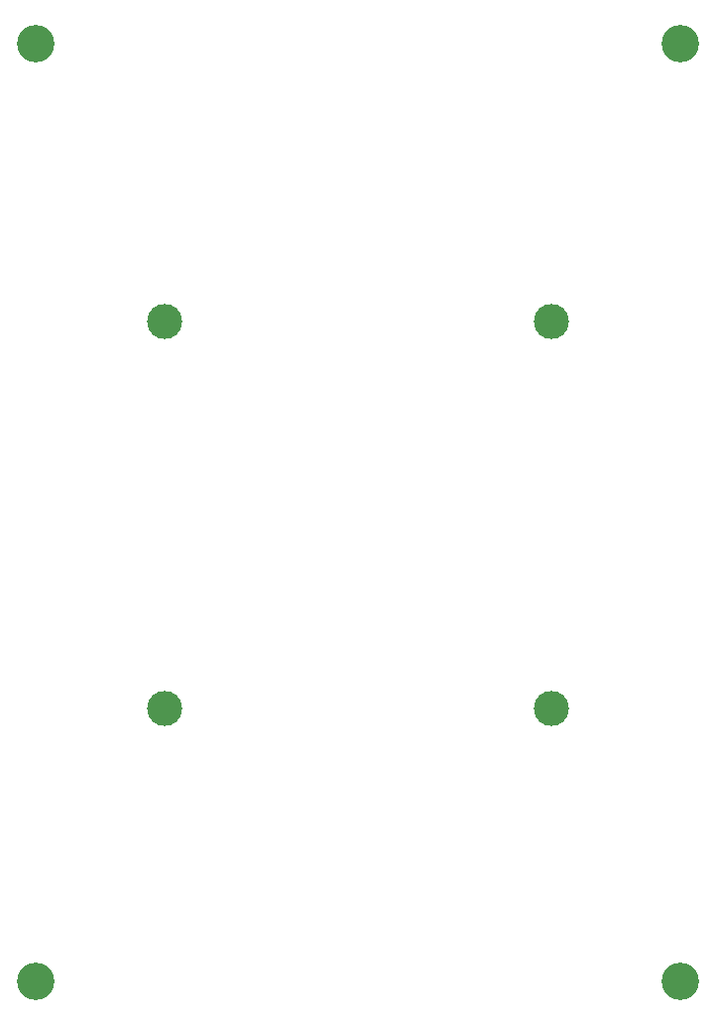
<source format=gbr>
%TF.GenerationSoftware,KiCad,Pcbnew,(6.0.4)*%
%TF.CreationDate,2022-09-16T03:15:39+09:00*%
%TF.ProjectId,gnssboard_p,676e7373-626f-4617-9264-5f702e6b6963,rev?*%
%TF.SameCoordinates,Original*%
%TF.FileFunction,Soldermask,Bot*%
%TF.FilePolarity,Negative*%
%FSLAX46Y46*%
G04 Gerber Fmt 4.6, Leading zero omitted, Abs format (unit mm)*
G04 Created by KiCad (PCBNEW (6.0.4)) date 2022-09-16 03:15:39*
%MOMM*%
%LPD*%
G01*
G04 APERTURE LIST*
%ADD10C,3.200000*%
%ADD11C,3.000000*%
G04 APERTURE END LIST*
D10*
%TO.C,*%
X115000000Y-35000000D03*
%TD*%
%TO.C,*%
X115000000Y-115000000D03*
%TD*%
%TO.C,*%
X170000000Y-115000000D03*
%TD*%
%TO.C,*%
X170000000Y-35000000D03*
%TD*%
D11*
%TO.C,IC14*%
X159020000Y-91750000D03*
%TD*%
%TO.C,IC11*%
X126020000Y-91750000D03*
%TD*%
%TO.C,IC8*%
X159020000Y-58750000D03*
%TD*%
%TO.C,IC5*%
X126020000Y-58750000D03*
%TD*%
M02*

</source>
